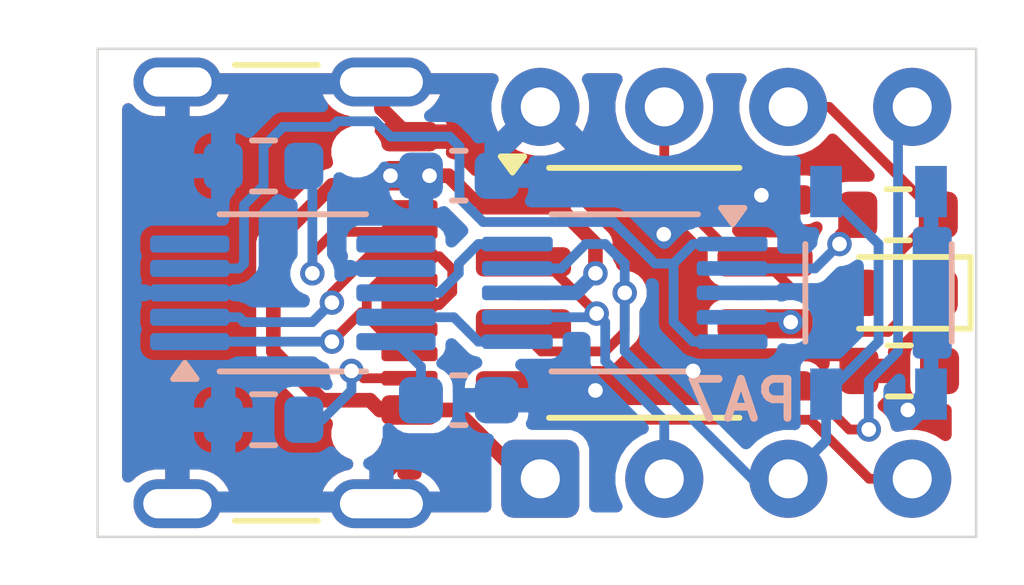
<source format=kicad_pcb>
(kicad_pcb (version 20241229) (generator "pcbnew") (generator_version "9.0")
  (layers (0 "F.Cu" signal) (2 "B.Cu" signal) (13 "F.Paste" user) (15 "B.Paste" user) (5 "F.SilkS" user "F.Silkscreen") (7 "B.SilkS" user "B.Silkscreen") (1 "F.Mask" user) (3 "B.Mask" user) (25 "Edge.Cuts" user))
  (net 0 "")
  (net 1 "GND")
  (net 2 "Net-(U2-V3)")
  (net 3 "D+")
  (net 4 "D-")
  (net 5 "PA3")
  (net 6 "PA6")
  (net 7 "Net-(D1-K)")
  (net 8 "PA7")
  (net 9 "PA1")
  (net 10 "PA2")
  (net 11 "VCC")
  (net 12 "UPDI")
  (net 15 "Net-(J3-CC2)")
  (net 17 "Net-(J3-CC1)")
  (net 19 "Net-(R2-Pad1)")
  (net 20 "RXD")
  (net 21 "TXD")
  (net 22 "RTS#")
  (footprint "Package_SO:SOIC-8_3.9x4.9mm_P1.27mm" (layer "F.Cu") (at 103.4 100)
    (property "Reference" "U1" (hide yes))
    (property "Value" "ATtiny202-SS" (hide yes))
    (fp_line (start 0 -2.56) (end -1.95 -2.56) (stroke (width 0.12)) (layer "F.SilkS"))
    (fp_line (start 0 -2.56) (end 1.95 -2.56) (stroke (width 0.12)) (layer "F.SilkS"))
    (fp_line (start 0 2.56) (end -1.95 2.56) (stroke (width 0.12)) (layer "F.SilkS"))
    (fp_line (start 0 2.56) (end 1.95 2.56) (stroke (width 0.12)) (layer "F.SilkS"))
    (fp_poly (pts (xy -2.7 -2.465) (xy -2.94 -2.795) (xy -2.46 -2.795)) (stroke (width 0.12)) (fill yes) (layer "F.SilkS"))
    (pad "1" smd roundrect (at -2.475 -1.905) (size 1.95 0.6) (layers "F.Cu" "F.Mask" "F.Paste") (net 11 "VCC"))
    (pad "2" smd roundrect (at -2.475 -0.635) (size 1.95 0.6) (layers "F.Cu" "F.Mask" "F.Paste") (net 6 "PA6"))
    (pad "3" smd roundrect (at -2.475 0.635) (size 1.95 0.6) (layers "F.Cu" "F.Mask" "F.Paste") (net 8 "PA7"))
    (pad "4" smd roundrect (at -2.475 1.905) (size 1.95 0.6) (layers "F.Cu" "F.Mask" "F.Paste") (net 9 "PA1"))
    (pad "5" smd roundrect (at 2.475 1.905) (size 1.95 0.6) (layers "F.Cu" "F.Mask" "F.Paste") (net 10 "PA2"))
    (pad "6" smd roundrect (at 2.475 0.635) (size 1.95 0.6) (layers "F.Cu" "F.Mask" "F.Paste") (net 12 "UPDI"))
    (pad "7" smd roundrect (at 2.475 -0.635) (size 1.95 0.6) (layers "F.Cu" "F.Mask" "F.Paste") (net 5 "PA3"))
    (pad "8" smd roundrect (at 2.475 -1.905) (size 1.95 0.6) (layers "F.Cu" "F.Mask" "F.Paste") (net 1 "GND"))
  )
  (footprint "Resistor_SMD:R_0603_1608Metric" (layer "F.Cu") (at 108.6 98.4)
    (property "Reference" "R2" (hide yes))
    (property "Value" "4.7k" (hide yes))
    (fp_line (start -0.237258 -0.5225) (end 0.237258 -0.5225) (stroke (width 0.12)) (layer "F.SilkS"))
    (fp_line (start -0.237258 0.5225) (end 0.237258 0.5225) (stroke (width 0.12)) (layer "F.SilkS"))
    (pad "1" smd roundrect (at -0.825 0) (size 0.8 0.95) (layers "F.Cu" "F.Mask" "F.Paste") (net 19 "Net-(R2-Pad1)"))
    (pad "2" smd roundrect (at 0.825 0) (size 0.8 0.95) (layers "F.Cu" "F.Mask" "F.Paste") (net 12 "UPDI"))
  )
  (footprint "Resistor_SMD:R_0603_1608Metric" (layer "F.Cu") (at 108.625 101.6 180)
    (property "Reference" "R1" (hide yes))
    (property "Value" "10k" (hide yes))
    (fp_line (start -0.237258 0.5225) (end 0.237258 0.5225) (stroke (width 0.12)) (layer "F.SilkS"))
    (fp_line (start -0.237258 -0.5225) (end 0.237258 -0.5225) (stroke (width 0.12)) (layer "F.SilkS"))
    (pad "1" smd roundrect (at -0.825 0 180) (size 0.8 0.95) (layers "F.Cu" "F.Mask" "F.Paste") (net 7 "Net-(D1-K)"))
    (pad "2" smd roundrect (at 0.825 0 180) (size 0.8 0.95) (layers "F.Cu" "F.Mask" "F.Paste") (net 1 "GND"))
  )
  (footprint "LED_SMD:LED_0603_1608Metric" (layer "F.Cu") (at 108.6 100 180)
    (property "Reference" "D1" (hide yes))
    (property "Value" "LED" (hide yes))
    (fp_line (start 0.8 -0.735) (end -1.485 -0.735) (stroke (width 0.12)) (layer "F.SilkS"))
    (fp_line (start -1.485 0.735) (end 0.8 0.735) (stroke (width 0.12)) (layer "F.SilkS"))
    (fp_line (start -1.485 -0.735) (end -1.485 0.735) (stroke (width 0.12)) (layer "F.SilkS"))
    (pad "1" smd roundrect (at -0.7875 0 180) (size 0.875 0.95) (layers "F.Cu" "F.Mask" "F.Paste") (net 7 "Net-(D1-K)"))
    (pad "2" smd roundrect (at 0.7875 0 180) (size 0.875 0.95) (layers "F.Cu" "F.Mask" "F.Paste") (net 5 "PA3"))
  )
  (footprint "Package_DIP:DIP-8_W7.62mm_Socket" (layer "F.Cu") (at 101.27 103.81 90)
    (property "Reference" "J2" (hide yes))
    (property "Value" "OUT" (hide yes))
    (pad "1" thru_hole roundrect (at 0 0 90) (size 1.6 1.6) (drill 0.8) (layers "*.Cu" "*.Mask") (roundrect_rratio 0.15625) (net 11 "VCC"))
    (pad "2" thru_hole circle (at 0 2.54 90) (size 1.6 1.6) (drill 0.8) (layers "*.Cu" "*.Mask") (net 6 "PA6"))
    (pad "3" thru_hole circle (at 0 5.08 90) (size 1.6 1.6) (drill 0.8) (layers "*.Cu" "*.Mask") (net 8 "PA7"))
    (pad "4" thru_hole circle (at 0 7.62 90) (size 1.6 1.6) (drill 0.8) (layers "*.Cu" "*.Mask") (net 9 "PA1"))
    (pad "5" thru_hole circle (at 7.62 7.62 90) (size 1.6 1.6) (drill 0.8) (layers "*.Cu" "*.Mask") (net 10 "PA2"))
    (pad "6" thru_hole circle (at 7.62 5.08 90) (size 1.6 1.6) (drill 0.8) (layers "*.Cu" "*.Mask") (net 12 "UPDI"))
    (pad "7" thru_hole circle (at 7.62 2.54 90) (size 1.6 1.6) (drill 0.8) (layers "*.Cu" "*.Mask") (net 5 "PA3"))
    (pad "8" thru_hole circle (at 7.62 0 90) (size 1.6 1.6) (drill 0.8) (layers "*.Cu" "*.Mask") (net 1 "GND"))
  )
  (footprint "Connector_USB:USB_C_Receptacle_GCT_USB4105-xx-A_16P_TopMnt_Horizontal" (layer "F.Cu") (at 94.91 100 -90)
    (property "Reference" "J3" (hide yes))
    (property "Value" "USB_C_Receptacle_USB2.0_16P" (hide yes))
    (fp_line (start -4.67 -0.1) (end -4.67 -1.8) (stroke (width 0.12)) (layer "F.SilkS"))
    (fp_line (start 4.67 -0.1) (end 4.67 -1.8) (stroke (width 0.12)) (layer "F.SilkS"))
    (pad "" np_thru_hole circle (at -2.89 -2.605 270) (size 0.65 0.65) (drill 0.65) (layers "*.Cu" "*.Mask"))
    (pad "" np_thru_hole circle (at 2.89 -2.605 270) (size 0.65 0.65) (drill 0.65) (layers "*.Cu" "*.Mask"))
    (pad "A1" smd roundrect (at -3.2 -3.68 270) (size 0.6 1.15) (layers "F.Cu" "F.Mask" "F.Paste") (net 1 "GND"))
    (pad "A4" smd roundrect (at -2.4 -3.68 270) (size 0.6 1.15) (layers "F.Cu" "F.Mask" "F.Paste") (net 11 "VCC"))
    (pad "A5" smd roundrect (at -1.25 -3.68 270) (size 0.3 1.15) (layers "F.Cu" "F.Mask" "F.Paste") (net 17 "Net-(J3-CC1)"))
    (pad "A6" smd roundrect (at -0.25 -3.68 270) (size 0.3 1.15) (layers "F.Cu" "F.Mask" "F.Paste") (net 3 "D+"))
    (pad "A7" smd roundrect (at 0.25 -3.68 270) (size 0.3 1.15) (layers "F.Cu" "F.Mask" "F.Paste") (net 4 "D-"))
    (pad "A8" smd roundrect (at 1.25 -3.68 270) (size 0.3 1.15) (layers "F.Cu" "F.Mask" "F.Paste"))
    (pad "A9" smd roundrect (at 2.4 -3.68 270) (size 0.6 1.15) (layers "F.Cu" "F.Mask" "F.Paste") (net 11 "VCC"))
    (pad "A12" smd roundrect (at 3.2 -3.68 270) (size 0.6 1.15) (layers "F.Cu" "F.Mask" "F.Paste") (net 1 "GND"))
    (pad "B1" smd roundrect (at 3.2 -3.68 270) (size 0.6 1.15) (layers "F.Cu" "F.Mask" "F.Paste") (net 1 "GND"))
    (pad "B4" smd roundrect (at 2.4 -3.68 270) (size 0.6 1.15) (layers "F.Cu" "F.Mask" "F.Paste") (net 11 "VCC"))
    (pad "B5" smd roundrect (at 1.75 -3.68 270) (size 0.3 1.15) (layers "F.Cu" "F.Mask" "F.Paste") (net 15 "Net-(J3-CC2)"))
    (pad "B6" smd roundrect (at 0.75 -3.68 270) (size 0.3 1.15) (layers "F.Cu" "F.Mask" "F.Paste") (net 3 "D+"))
    (pad "B7" smd roundrect (at -0.75 -3.68 270) (size 0.3 1.15) (layers "F.Cu" "F.Mask" "F.Paste") (net 4 "D-"))
    (pad "B8" smd roundrect (at -1.75 -3.68 270) (size 0.3 1.15) (layers "F.Cu" "F.Mask" "F.Paste"))
    (pad "B9" smd roundrect (at -2.4 -3.68 270) (size 0.6 1.15) (layers "F.Cu" "F.Mask" "F.Paste") (net 11 "VCC"))
    (pad "B12" smd roundrect (at -3.2 -3.68 270) (size 0.6 1.15) (layers "F.Cu" "F.Mask" "F.Paste") (net 1 "GND"))
    (pad "S1" thru_hole oval (at -4.32 -3.105 270) (size 1 2.1) (drill oval 0.6 1.7) (property pad_prop_heatsink) (layers "*.Cu" "*.Mask" "F.Paste") (net 1 "GND"))
    (pad "S1" thru_hole oval (at -4.32 1.075 270) (size 1 1.8) (drill oval 0.6 1.4) (property pad_prop_heatsink) (layers "*.Cu" "*.Mask" "F.Paste") (net 1 "GND"))
    (pad "S1" thru_hole oval (at 4.32 -3.105 270) (size 1 2.1) (drill oval 0.6 1.7) (property pad_prop_heatsink) (layers "*.Cu" "*.Mask" "F.Paste") (net 1 "GND"))
    (pad "S1" thru_hole oval (at 4.32 1.075 270) (size 1 1.8) (drill oval 0.6 1.4) (property pad_prop_heatsink) (layers "*.Cu" "*.Mask" "F.Paste") (net 1 "GND"))
  )
  (footprint "Capacitor_SMD:C_0603_1608Metric" (layer "B.Cu") (at 99.6 102.2)
    (property "Reference" "C2" (hide yes))
    (property "Value" "0u1" (hide yes))
    (fp_line (start -0.14058 -0.51) (end 0.14058 -0.51) (stroke (width 0.12)) (layer "B.SilkS"))
    (fp_line (start -0.14058 0.51) (end 0.14058 0.51) (stroke (width 0.12)) (layer "B.SilkS"))
    (pad "1" smd roundrect (at -0.775 0) (size 0.9 0.95) (layers "B.Cu" "B.Mask" "B.Paste") (net 2 "Net-(U2-V3)"))
    (pad "2" smd roundrect (at 0.775 0) (size 0.9 0.95) (layers "B.Cu" "B.Mask" "B.Paste") (net 1 "GND"))
  )
  (footprint "Library:alps-skrp" (layer "B.Cu") (at 108.2 100 -90)
    (property "Reference" "SW1" (hide yes))
    (property "Value" "SW_Push" (hide yes))
    (fp_line (start -1 1.5) (end 1 1.5) (stroke (width 0.12)) (layer "B.SilkS"))
    (fp_line (start -1 -1.5) (end 1 -1.5) (stroke (width 0.12)) (layer "B.SilkS"))
    (pad "1" smd rect (at -2.075 -1.075 270) (size 1.05 0.65) (layers "B.Cu" "B.Mask" "B.Paste") (net 1 "GND"))
    (pad "1" smd rect (at 2.075 -1.075 270) (size 1.05 0.65) (layers "B.Cu" "B.Mask" "B.Paste") (net 1 "GND"))
    (pad "2" smd rect (at -2.075 1.075 270) (size 1.05 0.65) (layers "B.Cu" "B.Mask" "B.Paste") (net 8 "PA7"))
    (pad "2" smd rect (at 2.075 1.075 270) (size 1.05 0.65) (layers "B.Cu" "B.Mask" "B.Paste") (net 8 "PA7"))
  )
  (footprint "Package_SO:VSSOP-10_3x3mm_P0.5mm" (layer "B.Cu") (at 103 100 180)
    (property "Reference" "U3" (hide yes))
    (property "Value" "TS5A23159DGS" (hide yes))
    (fp_line (start 0 1.61) (end 1.5 1.61) (stroke (width 0.12)) (layer "B.SilkS"))
    (fp_line (start 0 1.61) (end -1.5 1.61) (stroke (width 0.12)) (layer "B.SilkS"))
    (fp_line (start 0 -1.61) (end 1.5 -1.61) (stroke (width 0.12)) (layer "B.SilkS"))
    (fp_line (start 0 -1.61) (end -1.5 -1.61) (stroke (width 0.12)) (layer "B.SilkS"))
    (fp_poly (pts (xy -2.2125 1.41) (xy -2.4525 1.74) (xy -1.9725 1.74)) (stroke (width 0.12)) (fill yes) (layer "B.SilkS"))
    (pad "1" smd roundrect (at -2.2 1 180) (size 1.45 0.3) (layers "B.Cu" "B.Mask" "B.Paste") (net 22 "RTS#"))
    (pad "2" smd roundrect (at -2.2 0.5 180) (size 1.45 0.3) (layers "B.Cu" "B.Mask" "B.Paste") (net 19 "Net-(R2-Pad1)"))
    (pad "3" smd roundrect (at -2.2 0 180) (size 1.45 0.3) (layers "B.Cu" "B.Mask" "B.Paste") (net 1 "GND"))
    (pad "4" smd roundrect (at -2.2 -0.5 180) (size 1.45 0.3) (layers "B.Cu" "B.Mask" "B.Paste") (net 12 "UPDI"))
    (pad "5" smd roundrect (at -2.2 -1 180) (size 1.45 0.3) (layers "B.Cu" "B.Mask" "B.Paste") (net 22 "RTS#"))
    (pad "6" smd roundrect (at 2.2 -1 180) (size 1.45 0.3) (layers "B.Cu" "B.Mask" "B.Paste") (net 20 "RXD"))
    (pad "7" smd roundrect (at 2.2 -0.5 180) (size 1.45 0.3) (layers "B.Cu" "B.Mask" "B.Paste") (net 6 "PA6"))
    (pad "8" smd roundrect (at 2.2 0 180) (size 1.45 0.3) (layers "B.Cu" "B.Mask" "B.Paste") (net 11 "VCC"))
    (pad "9" smd roundrect (at 2.2 0.5 180) (size 1.45 0.3) (layers "B.Cu" "B.Mask" "B.Paste") (net 8 "PA7"))
    (pad "10" smd roundrect (at 2.2 1 180) (size 1.45 0.3) (layers "B.Cu" "B.Mask" "B.Paste") (net 21 "TXD"))
  )
  (footprint "Resistor_SMD:R_0603_1608Metric" (layer "B.Cu") (at 95.6 102.6 180)
    (property "Reference" "R4" (hide yes))
    (property "Value" "4k7" (hide yes))
    (fp_line (start -0.237258 0.5225) (end 0.237258 0.5225) (stroke (width 0.12)) (layer "B.SilkS"))
    (fp_line (start -0.237258 -0.5225) (end 0.237258 -0.5225) (stroke (width 0.12)) (layer "B.SilkS"))
    (pad "1" smd roundrect (at -0.825 0 180) (size 0.8 0.95) (layers "B.Cu" "B.Mask" "B.Paste") (net 15 "Net-(J3-CC2)"))
    (pad "2" smd roundrect (at 0.825 0 180) (size 0.8 0.95) (layers "B.Cu" "B.Mask" "B.Paste") (net 1 "GND"))
  )
  (footprint "Capacitor_SMD:C_0603_1608Metric" (layer "B.Cu") (at 99.6 97.6)
    (property "Reference" "C1" (hide yes))
    (property "Value" "4u7" (hide yes))
    (fp_line (start -0.14058 -0.51) (end 0.14058 -0.51) (stroke (width 0.12)) (layer "B.SilkS"))
    (fp_line (start -0.14058 0.51) (end 0.14058 0.51) (stroke (width 0.12)) (layer "B.SilkS"))
    (pad "1" smd roundrect (at -0.775 0) (size 0.9 0.95) (layers "B.Cu" "B.Mask" "B.Paste") (net 11 "VCC"))
    (pad "2" smd roundrect (at 0.775 0) (size 0.9 0.95) (layers "B.Cu" "B.Mask" "B.Paste") (net 1 "GND"))
  )
  (footprint "Package_SO:MSOP-10_3x3mm_P0.5mm" (layer "B.Cu") (at 96.2 100)
    (property "Reference" "U2" (hide yes))
    (property "Value" "CH340E" (hide yes))
    (fp_line (start 0 -1.61) (end -1.5 -1.61) (stroke (width 0.12)) (layer "B.SilkS"))
    (fp_line (start 0 -1.61) (end 1.5 -1.61) (stroke (width 0.12)) (layer "B.SilkS"))
    (fp_line (start 0 1.61) (end -1.5 1.61) (stroke (width 0.12)) (layer "B.SilkS"))
    (fp_line (start 0 1.61) (end 1.5 1.61) (stroke (width 0.12)) (layer "B.SilkS"))
    (fp_poly (pts (xy -2.2125 1.435) (xy -2.4525 1.765) (xy -1.9725 1.765)) (stroke (width 0.12)) (fill yes) (layer "B.SilkS"))
    (pad "1" smd roundrect (at -2.1125 1) (size 1.625 0.35) (layers "B.Cu" "B.Mask" "B.Paste") (net 3 "D+"))
    (pad "2" smd roundrect (at -2.1125 0.5) (size 1.625 0.35) (layers "B.Cu" "B.Mask" "B.Paste") (net 4 "D-"))
    (pad "3" smd roundrect (at -2.1125 0) (size 1.625 0.35) (layers "B.Cu" "B.Mask" "B.Paste") (net 1 "GND"))
    (pad "4" smd roundrect (at -2.1125 -0.5) (size 1.625 0.35) (layers "B.Cu" "B.Mask" "B.Paste") (net 22 "RTS#"))
    (pad "5" smd roundrect (at -2.1125 -1) (size 1.625 0.35) (layers "B.Cu" "B.Mask" "B.Paste"))
    (pad "6" smd roundrect (at 2.1125 -1) (size 1.625 0.35) (layers "B.Cu" "B.Mask" "B.Paste"))
    (pad "7" smd roundrect (at 2.1125 -0.5) (size 1.625 0.35) (layers "B.Cu" "B.Mask" "B.Paste") (net 11 "VCC"))
    (pad "8" smd roundrect (at 2.1125 0) (size 1.625 0.35) (layers "B.Cu" "B.Mask" "B.Paste") (net 21 "TXD"))
    (pad "9" smd roundrect (at 2.1125 0.5) (size 1.625 0.35) (layers "B.Cu" "B.Mask" "B.Paste") (net 20 "RXD"))
    (pad "10" smd roundrect (at 2.1125 1) (size 1.625 0.35) (layers "B.Cu" "B.Mask" "B.Paste") (net 2 "Net-(U2-V3)"))
  )
  (footprint "Resistor_SMD:R_0603_1608Metric" (layer "B.Cu") (at 95.6 97.4 180)
    (property "Reference" "R3" (hide yes))
    (property "Value" "4k7" (hide yes))
    (fp_line (start -0.237258 0.5225) (end 0.237258 0.5225) (stroke (width 0.12)) (layer "B.SilkS"))
    (fp_line (start -0.237258 -0.5225) (end 0.237258 -0.5225) (stroke (width 0.12)) (layer "B.SilkS"))
    (pad "1" smd roundrect (at -0.825 0 180) (size 0.8 0.95) (layers "B.Cu" "B.Mask" "B.Paste") (net 17 "Net-(J3-CC1)"))
    (pad "2" smd roundrect (at 0.825 0 180) (size 0.8 0.95) (layers "B.Cu" "B.Mask" "B.Paste") (net 1 "GND"))
  )
  (gr_line (start 110.2 95) (end 110.2 105) (stroke (width 0.05)) (layer "Edge.Cuts"))
  (gr_line (start 110.2 105) (end 92.2 105) (stroke (width 0.05)) (layer "Edge.Cuts"))
  (gr_line (start 92.2 105) (end 92.2 95) (stroke (width 0.05)) (layer "Edge.Cuts"))
  (gr_line (start 92.2 95) (end 110.2 95) (stroke (width 0.05)) (layer "Edge.Cuts"))
  (gr_text "PA7" (at 105.4 102.2 0) (layer "B.SilkS") (effects (font (size 0.8 0.8) (thickness 0.16) (bold yes)) (justify mirror)))
  (segment (start 98.015 96.225) (end 98.59 96.8) (width 0.3) (layer "F.Cu") (net 1))
  (segment (start 98.015 95.68) (end 98.015 96.225) (width 0.3) (layer "F.Cu") (net 1))
  (segment (start 98.015 104.32) (end 98.015 103.775) (width 0.3) (layer "F.Cu") (net 1))
  (segment (start 107.8 101.6) (end 107.451 101.251) (width 0.3) (layer "F.Cu") (net 1))
  (segment (start 107.451 101.251) (end 107 101.251) (width 0.3) (layer "F.Cu") (net 1))
  (segment (start 98.015 103.775) (end 98.59 103.2) (width 0.3) (layer "F.Cu") (net 1))
  (via (at 104.4 101.6) (size 0.5) (drill 0.3) (layers "F.Cu" "B.Cu") (net 1))
  (via (at 108.8 102.4) (size 0.5) (drill 0.3) (layers "F.Cu" "B.Cu") (net 1))
  (via (at 102.4 102) (size 0.5) (drill 0.3) (layers "F.Cu" "B.Cu") (net 1))
  (via (at 103.8 98.8) (size 0.5) (drill 0.3) (layers "F.Cu" "B.Cu") (net 1))
  (via (at 105.8 98) (size 0.5) (drill 0.3) (layers "F.Cu" "B.Cu") (net 1))
  (segment (start 109.275 97.925) (end 109.275 102.075) (width 0.3) (layer "B.Cu") (net 1))
  (segment (start 98.3125 101) (end 98.825 101.5125) (width 0.2) (layer "B.Cu") (net 2))
  (segment (start 98.825 101.5125) (end 98.825 102.2) (width 0.2) (layer "B.Cu") (net 2))
  (segment (start 97 101) (end 97.6 100.4) (width 0.2) (layer "F.Cu") (net 3))
  (segment (start 97.6 100.4) (end 97.631176 100.4) (width 0.2) (layer "F.Cu") (net 3))
  (segment (start 97.981176 99.75) (end 97.714 100.017176) (width 0.2) (layer "F.Cu") (net 3))
  (segment (start 97.714 100.482824) (end 97.981176 100.75) (width 0.2) (layer "F.Cu") (net 3))
  (segment (start 97.714 100.017176) (end 97.714 100.482824) (width 0.2) (layer "F.Cu") (net 3))
  (segment (start 97.981176 100.75) (end 98.59 100.75) (width 0.2) (layer "F.Cu") (net 3))
  (segment (start 98.59 99.75) (end 97.981176 99.75) (width 0.2) (layer "F.Cu") (net 3))
  (segment (start 97.631176 100.4) (end 97.714 100.482824) (width 0.2) (layer "F.Cu") (net 3))
  (via (at 97 101) (size 0.5) (drill 0.3) (layers "F.Cu" "B.Cu") (net 3))
  (segment (start 97 101) (end 94.0875 101) (width 0.2) (layer "B.Cu") (net 3))
  (segment (start 97 100.2) (end 97 100) (width 0.2) (layer "F.Cu") (net 4))
  (segment (start 99.198824 100.25) (end 99.466 99.982824) (width 0.2) (layer "F.Cu") (net 4))
  (segment (start 99.466 99.517176) (end 99.198824 99.25) (width 0.2) (layer "F.Cu") (net 4))
  (segment (start 98.59 100.25) (end 99.198824 100.25) (width 0.2) (layer "F.Cu") (net 4))
  (segment (start 97.75 99.25) (end 98.59 99.25) (width 0.2) (layer "F.Cu") (net 4))
  (segment (start 99.198824 99.25) (end 98.59 99.25) (width 0.2) (layer "F.Cu") (net 4))
  (segment (start 99.466 99.982824) (end 99.466 99.517176) (width 0.2) (layer "F.Cu") (net 4))
  (segment (start 97 100) (end 97.75 99.25) (width 0.2) (layer "F.Cu") (net 4))
  (via (at 97 100.2) (size 0.5) (drill 0.3) (layers "F.Cu" "B.Cu") (net 4))
  (segment (start 95.1 100.5) (end 94.0875 100.5) (width 0.2) (layer "B.Cu") (net 4))
  (segment (start 95.2 100.6) (end 95.1 100.5) (width 0.2) (layer "B.Cu") (net 4))
  (segment (start 96.6 100.6) (end 95.2 100.6) (width 0.2) (layer "B.Cu") (net 4))
  (segment (start 97 100.2) (end 96.6 100.6) (width 0.2) (layer "B.Cu") (net 4))
  (segment (start 105.875 99.365) (end 106.51 100) (width 0.2) (layer "F.Cu") (net 5))
  (segment (start 103.81 97.81) (end 103.81 96.19) (width 0.2) (layer "F.Cu") (net 5))
  (segment (start 105.365 99.365) (end 103.81 97.81) (width 0.2) (layer "F.Cu") (net 5))
  (segment (start 106.51 100) (end 107.8125 100) (width 0.2) (layer "F.Cu") (net 5))
  (segment (start 105.875 99.365) (end 105.365 99.365) (width 0.2) (layer "F.Cu") (net 5))
  (segment (start 101.365 99.365) (end 100.925 99.365) (width 0.2) (layer "F.Cu") (net 6))
  (segment (start 102.424265 100.424265) (end 101.365 99.365) (width 0.2) (layer "F.Cu") (net 6))
  (via (at 102.424265 100.424265) (size 0.5) (drill 0.3) (layers "F.Cu" "B.Cu") (net 6))
  (segment (start 102.424265 100.424265) (end 102.6 100.6) (width 0.2) (layer "B.Cu") (net 6))
  (segment (start 102.424265 100.424265) (end 102.34853 100.5) (width 0.2) (layer "B.Cu") (net 6))
  (segment (start 102.34853 100.5) (end 100.8 100.5) (width 0.2) (layer "B.Cu") (net 6))
  (segment (start 102.6 101.4) (end 103.81 102.61) (width 0.2) (layer "B.Cu") (net 6))
  (segment (start 103.81 102.61) (end 103.81 103.81) (width 0.2) (layer "B.Cu") (net 6))
  (segment (start 102.6 100.6) (end 102.6 101.4) (width 0.2) (layer "B.Cu") (net 6))
  (segment (start 109.4 100.0125) (end 109.4 101.55) (width 0.2) (layer "F.Cu") (net 7))
  (segment (start 109.4 101.55) (end 109.45 101.6) (width 0.2) (layer "F.Cu") (net 7))
  (segment (start 109.3875 100) (end 109.4 100.0125) (width 0.2) (layer "F.Cu") (net 7))
  (segment (start 103 100.8) (end 102.6 101.2) (width 0.2) (layer "F.Cu") (net 8))
  (segment (start 101.29 101.2) (end 100.925 100.835) (width 0.2) (layer "F.Cu") (net 8))
  (segment (start 103 100) (end 103 100.8) (width 0.2) (layer "F.Cu") (net 8))
  (segment (start 102.6 101.2) (end 101.29 101.2) (width 0.2) (layer "F.Cu") (net 8))
  (via (at 103 100) (size 0.5) (drill 0.3) (layers "F.Cu" "B.Cu") (net 8))
  (segment (start 108.2 99) (end 108.2 101) (width 0.2) (layer "B.Cu") (net 8))
  (segment (start 108.2 101) (end 107.125 102.075) (width 0.2) (layer "B.Cu") (net 8))
  (segment (start 107.125 97.925) (end 108.2 99) (width 0.2) (layer "B.Cu") (net 8))
  (segment (start 100.8 99.5) (end 101.7 99.5) (width 0.2) (layer "B.Cu") (net 8))
  (segment (start 101.7 99.5) (end 102.2 99) (width 0.2) (layer "B.Cu") (net 8))
  (segment (start 103 101.2) (end 105.61 103.81) (width 0.2) (layer "B.Cu") (net 8))
  (segment (start 102.6 99) (end 103 99.4) (width 0.2) (layer "B.Cu") (net 8))
  (segment (start 107.125 102.075) (end 107.125 103.035) (width 0.2) (layer "B.Cu") (net 8))
  (segment (start 105.61 103.81) (end 106.35 103.81) (width 0.2) (layer "B.Cu") (net 8))
  (segment (start 103 99.4) (end 103 101.2) (width 0.2) (layer "B.Cu") (net 8))
  (segment (start 102.2 99) (end 102.6 99) (width 0.2) (layer "B.Cu") (net 8))
  (segment (start 107.125 103.035) (end 106.35 103.81) (width 0.2) (layer "B.Cu") (net 8))
  (segment (start 101.42 102.6) (end 106.8 102.6) (width 0.2) (layer "F.Cu") (net 9))
  (segment (start 108.01 103.81) (end 108.89 103.81) (width 0.2) (layer "F.Cu") (net 9))
  (segment (start 100.925 102.105) (end 101.42 102.6) (width 0.2) (layer "F.Cu") (net 9))
  (segment (start 106.8 102.6) (end 108.01 103.81) (width 0.2) (layer "F.Cu") (net 9))
  (segment (start 106.905 102.105) (end 105.875 102.105) (width 0.2) (layer "F.Cu") (net 10))
  (segment (start 107.6 102.8) (end 106.905 102.105) (width 0.2) (layer "F.Cu") (net 10))
  (segment (start 108 102.8) (end 107.6 102.8) (width 0.2) (layer "F.Cu") (net 10))
  (via (at 108 102.8) (size 0.5) (drill 0.3) (layers "F.Cu" "B.Cu") (net 10))
  (segment (start 108 102.8) (end 108 101.8) (width 0.2) (layer "B.Cu") (net 10))
  (segment (start 108.6 101.2) (end 108.6 96.48) (width 0.2) (layer "B.Cu") (net 10))
  (segment (start 108 101.8) (end 108.6 101.2) (width 0.2) (layer "B.Cu") (net 10))
  (segment (start 108.6 96.48) (end 108.89 96.19) (width 0.2) (layer "B.Cu") (net 10))
  (segment (start 95.8 101.2) (end 96.8 102.2) (width 0.3) (layer "F.Cu") (net 11))
  (segment (start 98.59 102.4) (end 99.532322 102.4) (width 0.3) (layer "F.Cu") (net 11))
  (segment (start 101.495 98.095) (end 99.885547 98.095) (width 0.3) (layer "F.Cu") (net 11))
  (segment (start 96.8 102.2) (end 97.781008 102.2) (width 0.3) (layer "F.Cu") (net 11))
  (segment (start 99.390547 97.6) (end 98.59 97.6) (width 0.3) (layer "F.Cu") (net 11))
  (segment (start 95.8 99) (end 95.8 101.2) (width 0.3) (layer "F.Cu") (net 11))
  (segment (start 97.981008 102.4) (end 98.59 102.4) (width 0.3) (layer "F.Cu") (net 11))
  (segment (start 97 97.8) (end 95.8 99) (width 0.3) (layer "F.Cu") (net 11))
  (segment (start 99.532322 102.4) (end 100.942322 103.81) (width 0.3) (layer "F.Cu") (net 11))
  (segment (start 98.59 97.6) (end 98 97.6) (width 0.3) (layer "F.Cu") (net 11))
  (segment (start 98 97.6) (end 97.8 97.8) (width 0.3) (layer "F.Cu") (net 11))
  (segment (start 102.4 99.6) (end 102.4 99) (width 0.3) (layer "F.Cu") (net 11))
  (segment (start 97.8 97.8) (end 97 97.8) (width 0.3) (layer "F.Cu") (net 11))
  (segment (start 97.781008 102.2) (end 97.981008 102.4) (width 0.3) (layer "F.Cu") (net 11))
  (segment (start 102.4 99) (end 101.495 98.095) (width 0.3) (layer "F.Cu") (net 11))
  (segment (start 100.942322 103.81) (end 101.27 103.81) (width 0.3) (layer "F.Cu") (net 11))
  (segment (start 99.885547 98.095) (end 99.390547 97.6) (width 0.3) (layer "F.Cu") (net 11))
  (via (at 98.2 97.6) (size 0.5) (drill 0.3) (layers "F.Cu" "B.Cu") (net 11))
  (via (at 102.4 99.6) (size 0.5) (drill 0.3) (layers "F.Cu" "B.Cu") (net 11))
  (via (at 99 97.6) (size 0.5) (drill 0.3) (layers "F.Cu" "B.Cu") (net 11))
  (segment (start 102.4 99.6) (end 102 100) (width 0.3) (layer "B.Cu") (net 11))
  (segment (start 102 100) (end 100.8 100) (width 0.3) (layer "B.Cu") (net 11))
  (segment (start 107.19 96.19) (end 106.35 96.19) (width 0.2) (layer "F.Cu") (net 12))
  (segment (start 106.4 100.6) (end 106.6 100.8) (width 0.2) (layer "F.Cu") (net 12))
  (segment (start 108.4 100.8) (end 108.6 100.6) (width 0.2) (layer "F.Cu") (net 12))
  (segment (start 106.6 100.8) (end 108.4 100.8) (width 0.2) (layer "F.Cu") (net 12))
  (segment (start 109.425 98.4) (end 109.4 98.4) (width 0.2) (layer "F.Cu") (net 12))
  (segment (start 109.4 98.4) (end 107.19 96.19) (width 0.2) (layer "F.Cu") (net 12))
  (segment (start 108.6 99.2) (end 109.4 98.4) (width 0.2) (layer "F.Cu") (net 12))
  (segment (start 108.6 100.6) (end 108.6 99.2) (width 0.2) (layer "F.Cu") (net 12))
  (via (at 106.4 100.6) (size 0.5) (drill 0.3) (layers "F.Cu" "B.Cu") (net 12))
  (segment (start 106.3 100.5) (end 105.2 100.5) (width 0.2) (layer "B.Cu") (net 12))
  (segment (start 106.4 100.6) (end 106.3 100.5) (width 0.2) (layer "B.Cu") (net 12))
  (segment (start 97.65 101.75) (end 98.59 101.75) (width 0.2) (layer "F.Cu") (net 15))
  (segment (start 97.4 101.6) (end 97.5 101.6) (width 0.2) (layer "F.Cu") (net 15))
  (segment (start 97.5 101.6) (end 97.65 101.75) (width 0.2) (layer "F.Cu") (net 15))
  (via (at 97.4 101.6) (size 0.5) (drill 0.3) (layers "F.Cu" "B.Cu") (net 15))
  (segment (start 97.4 102) (end 96.8 102.6) (width 0.2) (layer "B.Cu") (net 15))
  (segment (start 96.425 102.6) (end 96.8 102.6) (width 0.2) (layer "B.Cu") (net 15))
  (segment (start 97.4 101.6) (end 97.4 102) (width 0.2) (layer "B.Cu") (net 15))
  (segment (start 96.6 99.6) (end 96.6 99.2) (width 0.2) (layer "F.Cu") (net 17))
  (segment (start 97.05 98.75) (end 98.59 98.75) (width 0.2) (layer "F.Cu") (net 17))
  (segment (start 96.6 99.2) (end 97.05 98.75) (width 0.2) (layer "F.Cu") (net 17))
  (via (at 96.6 99.6) (size 0.5) (drill 0.3) (layers "F.Cu" "B.Cu") (net 17))
  (segment (start 96.6 97.575) (end 96.425 97.4) (width 0.2) (layer "B.Cu") (net 17))
  (segment (start 96.6 99.6) (end 96.6 97.575) (width 0.2) (layer "B.Cu") (net 17))
  (segment (start 107.4 99) (end 107.4 98.8) (width 0.2) (layer "F.Cu") (net 19))
  (segment (start 107.4 98.8) (end 107.775 98.425) (width 0.2) (layer "F.Cu") (net 19))
  (segment (start 107.775 98.425) (end 107.775 98.4) (width 0.2) (layer "F.Cu") (net 19))
  (via (at 107.4 99) (size 0.5) (drill 0.3) (layers "F.Cu" "B.Cu") (net 19))
  (segment (start 107.4 99) (end 106.9 99.5) (width 0.2) (layer "B.Cu") (net 19))
  (segment (start 106.9 99.5) (end 105.2 99.5) (width 0.2) (layer "B.Cu") (net 19))
  (segment (start 99.5 100.5) (end 100 101) (width 0.2) (layer "B.Cu") (net 20))
  (segment (start 98.3125 100.5) (end 99.5 100.5) (width 0.2) (layer "B.Cu") (net 20))
  (segment (start 100 101) (end 100.8 101) (width 0.2) (layer "B.Cu") (net 20))
  (segment (start 99.6 99.6) (end 99.2 100) (width 0.2) (layer "B.Cu") (net 21))
  (segment (start 100 99) (end 99.6 99.4) (width 0.2) (layer "B.Cu") (net 21))
  (segment (start 99.6 99.4) (end 99.6 99.6) (width 0.2) (layer "B.Cu") (net 21))
  (segment (start 100.8 99) (end 100 99) (width 0.2) (layer "B.Cu") (net 21))
  (segment (start 99.2 100) (end 98.3125 100) (width 0.2) (layer "B.Cu") (net 21))
  (segment (start 104 100.6) (end 104 99.4) (width 0.2) (layer "B.Cu") (net 22))
  (segment (start 95.6 97.8) (end 95.2 98.2) (width 0.2) (layer "B.Cu") (net 22))
  (segment (start 102.769768 98.549) (end 103.620768 99.4) (width 0.2) (layer "B.Cu") (net 22))
  (segment (start 97 96.6) (end 97.116 96.484) (width 0.2) (layer "B.Cu") (net 22))
  (segment (start 104 99.4) (end 104.4 99) (width 0.2) (layer "B.Cu") (net 22))
  (segment (start 99.613532 98.063642) (end 100.09889 98.549) (width 0.2) (layer "B.Cu") (net 22))
  (segment (start 103.620768 99.4) (end 104 99.4) (width 0.2) (layer "B.Cu") (net 22))
  (segment (start 94.0875 99.5) (end 95.1 99.5) (width 0.2) (layer "B.Cu") (net 22))
  (segment (start 99.412436 96.8) (end 99.613532 97.001096) (width 0.2) (layer "B.Cu") (net 22))
  (segment (start 98.2 96.8) (end 99.412436 96.8) (width 0.2) (layer "B.Cu") (net 22))
  (segment (start 95.6 97.8) (end 95.6 97) (width 0.2) (layer "B.Cu") (net 22))
  (segment (start 96 96.6) (end 97 96.6) (width 0.2) (layer "B.Cu") (net 22))
  (segment (start 104.4 99) (end 105.2 99) (width 0.2) (layer "B.Cu") (net 22))
  (segment (start 105.2 101) (end 104.4 101) (width 0.2) (layer "B.Cu") (net 22))
  (segment (start 97.116 96.484) (end 97.884 96.484) (width 0.2) (layer "B.Cu") (net 22))
  (segment (start 99.613532 97.001096) (end 99.613532 98.063642) (width 0.2) (layer "B.Cu") (net 22))
  (segment (start 95.6 97) (end 96 96.6) (width 0.2) (layer "B.Cu") (net 22))
  (segment (start 97.884 96.484) (end 98.2 96.8) (width 0.2) (layer "B.Cu") (net 22))
  (segment (start 95.2 98.2) (end 95.2 99.4) (width 0.2) (layer "B.Cu") (net 22))
  (segment (start 100.09889 98.549) (end 102.769768 98.549) (width 0.2) (layer "B.Cu") (net 22))
  (segment (start 104.4 101) (end 104 100.6) (width 0.2) (layer "B.Cu") (net 22))
  (segment (start 95.1 99.5) (end 95.2 99.4) (width 0.2) (layer "B.Cu") (net 22))
  (zone (net 1) (net_name "GND") (layers "F.Cu" "B.Cu") (connect_pads (clearance 0.2)) (min_thickness 0.25) (fill yes (thermal_gap 0.2) (thermal_bridge_width 0.5))
    (polygon (pts (xy 90.2 94) (xy 111.2 94) (xy 111.2 106) (xy 90.2 106)))
  )
  (zone (net 11) (net_name "VCC") (layer "B.Cu") (priority 1) (connect_pads (clearance 0.2)) (min_thickness 0.25) (fill yes (thermal_gap 0.2) (thermal_bridge_width 0.5))
    (polygon (pts (xy 99.8 97) (xy 96.8 97) (xy 96.8 99.8) (xy 99.8 99.8)))
  )
)
</source>
